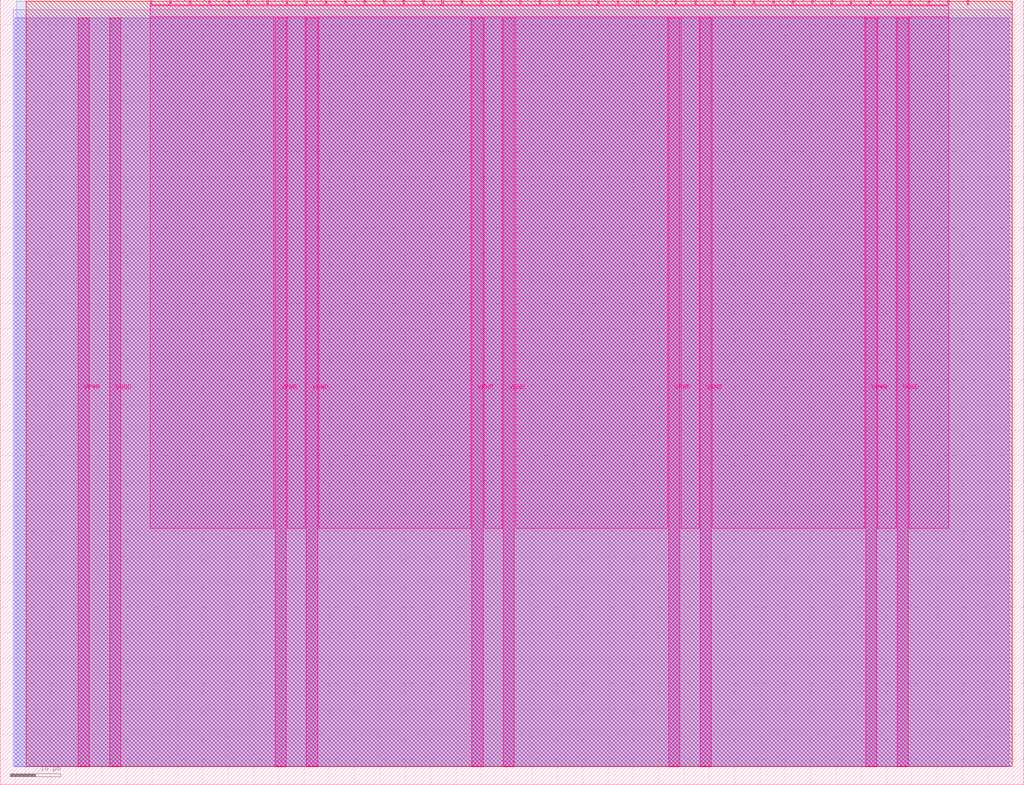
<source format=lef>
VERSION 5.7 ;
  NOWIREEXTENSIONATPIN ON ;
  DIVIDERCHAR "/" ;
  BUSBITCHARS "[]" ;
MACRO tt_um_I2C
  CLASS BLOCK ;
  FOREIGN tt_um_I2C ;
  ORIGIN 0.000 0.000 ;
  SIZE 202.080 BY 154.980 ;
  PIN VGND
    DIRECTION INOUT ;
    USE GROUND ;
    PORT
      LAYER Metal5 ;
        RECT 21.580 3.560 23.780 151.420 ;
    END
    PORT
      LAYER Metal5 ;
        RECT 60.450 3.560 62.650 151.420 ;
    END
    PORT
      LAYER Metal5 ;
        RECT 99.320 3.560 101.520 151.420 ;
    END
    PORT
      LAYER Metal5 ;
        RECT 138.190 3.560 140.390 151.420 ;
    END
    PORT
      LAYER Metal5 ;
        RECT 177.060 3.560 179.260 151.420 ;
    END
  END VGND
  PIN VPWR
    DIRECTION INOUT ;
    USE POWER ;
    PORT
      LAYER Metal5 ;
        RECT 15.380 3.560 17.580 151.420 ;
    END
    PORT
      LAYER Metal5 ;
        RECT 54.250 3.560 56.450 151.420 ;
    END
    PORT
      LAYER Metal5 ;
        RECT 93.120 3.560 95.320 151.420 ;
    END
    PORT
      LAYER Metal5 ;
        RECT 131.990 3.560 134.190 151.420 ;
    END
    PORT
      LAYER Metal5 ;
        RECT 170.860 3.560 173.060 151.420 ;
    END
  END VPWR
  PIN clk
    DIRECTION INPUT ;
    USE SIGNAL ;
    ANTENNAGATEAREA 0.213200 ;
    PORT
      LAYER Metal5 ;
        RECT 187.050 153.980 187.350 154.980 ;
    END
  END clk
  PIN ena
    DIRECTION INPUT ;
    USE SIGNAL ;
    PORT
      LAYER Metal5 ;
        RECT 190.890 153.980 191.190 154.980 ;
    END
  END ena
  PIN rst_n
    DIRECTION INPUT ;
    USE SIGNAL ;
    ANTENNAGATEAREA 0.842400 ;
    PORT
      LAYER Metal5 ;
        RECT 183.210 153.980 183.510 154.980 ;
    END
  END rst_n
  PIN ui_in[0]
    DIRECTION INPUT ;
    USE SIGNAL ;
    ANTENNAGATEAREA 0.180700 ;
    PORT
      LAYER Metal5 ;
        RECT 179.370 153.980 179.670 154.980 ;
    END
  END ui_in[0]
  PIN ui_in[1]
    DIRECTION INPUT ;
    USE SIGNAL ;
    ANTENNAGATEAREA 0.180700 ;
    PORT
      LAYER Metal5 ;
        RECT 175.530 153.980 175.830 154.980 ;
    END
  END ui_in[1]
  PIN ui_in[2]
    DIRECTION INPUT ;
    USE SIGNAL ;
    ANTENNAGATEAREA 0.213200 ;
    PORT
      LAYER Metal5 ;
        RECT 171.690 153.980 171.990 154.980 ;
    END
  END ui_in[2]
  PIN ui_in[3]
    DIRECTION INPUT ;
    USE SIGNAL ;
    ANTENNAGATEAREA 0.213200 ;
    PORT
      LAYER Metal5 ;
        RECT 167.850 153.980 168.150 154.980 ;
    END
  END ui_in[3]
  PIN ui_in[4]
    DIRECTION INPUT ;
    USE SIGNAL ;
    PORT
      LAYER Metal5 ;
        RECT 164.010 153.980 164.310 154.980 ;
    END
  END ui_in[4]
  PIN ui_in[5]
    DIRECTION INPUT ;
    USE SIGNAL ;
    PORT
      LAYER Metal5 ;
        RECT 160.170 153.980 160.470 154.980 ;
    END
  END ui_in[5]
  PIN ui_in[6]
    DIRECTION INPUT ;
    USE SIGNAL ;
    PORT
      LAYER Metal5 ;
        RECT 156.330 153.980 156.630 154.980 ;
    END
  END ui_in[6]
  PIN ui_in[7]
    DIRECTION INPUT ;
    USE SIGNAL ;
    PORT
      LAYER Metal5 ;
        RECT 152.490 153.980 152.790 154.980 ;
    END
  END ui_in[7]
  PIN uio_in[0]
    DIRECTION INPUT ;
    USE SIGNAL ;
    ANTENNAGATEAREA 0.180700 ;
    PORT
      LAYER Metal5 ;
        RECT 148.650 153.980 148.950 154.980 ;
    END
  END uio_in[0]
  PIN uio_in[1]
    DIRECTION INPUT ;
    USE SIGNAL ;
    ANTENNAGATEAREA 0.180700 ;
    PORT
      LAYER Metal5 ;
        RECT 144.810 153.980 145.110 154.980 ;
    END
  END uio_in[1]
  PIN uio_in[2]
    DIRECTION INPUT ;
    USE SIGNAL ;
    PORT
      LAYER Metal5 ;
        RECT 140.970 153.980 141.270 154.980 ;
    END
  END uio_in[2]
  PIN uio_in[3]
    DIRECTION INPUT ;
    USE SIGNAL ;
    PORT
      LAYER Metal5 ;
        RECT 137.130 153.980 137.430 154.980 ;
    END
  END uio_in[3]
  PIN uio_in[4]
    DIRECTION INPUT ;
    USE SIGNAL ;
    PORT
      LAYER Metal5 ;
        RECT 133.290 153.980 133.590 154.980 ;
    END
  END uio_in[4]
  PIN uio_in[5]
    DIRECTION INPUT ;
    USE SIGNAL ;
    PORT
      LAYER Metal5 ;
        RECT 129.450 153.980 129.750 154.980 ;
    END
  END uio_in[5]
  PIN uio_in[6]
    DIRECTION INPUT ;
    USE SIGNAL ;
    PORT
      LAYER Metal5 ;
        RECT 125.610 153.980 125.910 154.980 ;
    END
  END uio_in[6]
  PIN uio_in[7]
    DIRECTION INPUT ;
    USE SIGNAL ;
    PORT
      LAYER Metal5 ;
        RECT 121.770 153.980 122.070 154.980 ;
    END
  END uio_in[7]
  PIN uio_oe[0]
    DIRECTION OUTPUT ;
    USE SIGNAL ;
    ANTENNADIFFAREA 0.654800 ;
    PORT
      LAYER Metal5 ;
        RECT 56.490 153.980 56.790 154.980 ;
    END
  END uio_oe[0]
  PIN uio_oe[1]
    DIRECTION OUTPUT ;
    USE SIGNAL ;
    ANTENNADIFFAREA 0.299200 ;
    PORT
      LAYER Metal5 ;
        RECT 52.650 153.980 52.950 154.980 ;
    END
  END uio_oe[1]
  PIN uio_oe[2]
    DIRECTION OUTPUT ;
    USE SIGNAL ;
    ANTENNADIFFAREA 0.299200 ;
    PORT
      LAYER Metal5 ;
        RECT 48.810 153.980 49.110 154.980 ;
    END
  END uio_oe[2]
  PIN uio_oe[3]
    DIRECTION OUTPUT ;
    USE SIGNAL ;
    ANTENNADIFFAREA 0.299200 ;
    PORT
      LAYER Metal5 ;
        RECT 44.970 153.980 45.270 154.980 ;
    END
  END uio_oe[3]
  PIN uio_oe[4]
    DIRECTION OUTPUT ;
    USE SIGNAL ;
    ANTENNADIFFAREA 0.299200 ;
    PORT
      LAYER Metal5 ;
        RECT 41.130 153.980 41.430 154.980 ;
    END
  END uio_oe[4]
  PIN uio_oe[5]
    DIRECTION OUTPUT ;
    USE SIGNAL ;
    ANTENNADIFFAREA 0.299200 ;
    PORT
      LAYER Metal5 ;
        RECT 37.290 153.980 37.590 154.980 ;
    END
  END uio_oe[5]
  PIN uio_oe[6]
    DIRECTION OUTPUT ;
    USE SIGNAL ;
    ANTENNADIFFAREA 0.299200 ;
    PORT
      LAYER Metal5 ;
        RECT 33.450 153.980 33.750 154.980 ;
    END
  END uio_oe[6]
  PIN uio_oe[7]
    DIRECTION OUTPUT ;
    USE SIGNAL ;
    ANTENNADIFFAREA 0.299200 ;
    PORT
      LAYER Metal5 ;
        RECT 29.610 153.980 29.910 154.980 ;
    END
  END uio_oe[7]
  PIN uio_out[0]
    DIRECTION OUTPUT ;
    USE SIGNAL ;
    ANTENNADIFFAREA 0.654800 ;
    PORT
      LAYER Metal5 ;
        RECT 87.210 153.980 87.510 154.980 ;
    END
  END uio_out[0]
  PIN uio_out[1]
    DIRECTION OUTPUT ;
    USE SIGNAL ;
    ANTENNADIFFAREA 0.654800 ;
    PORT
      LAYER Metal5 ;
        RECT 83.370 153.980 83.670 154.980 ;
    END
  END uio_out[1]
  PIN uio_out[2]
    DIRECTION OUTPUT ;
    USE SIGNAL ;
    ANTENNADIFFAREA 0.299200 ;
    PORT
      LAYER Metal5 ;
        RECT 79.530 153.980 79.830 154.980 ;
    END
  END uio_out[2]
  PIN uio_out[3]
    DIRECTION OUTPUT ;
    USE SIGNAL ;
    ANTENNADIFFAREA 0.299200 ;
    PORT
      LAYER Metal5 ;
        RECT 75.690 153.980 75.990 154.980 ;
    END
  END uio_out[3]
  PIN uio_out[4]
    DIRECTION OUTPUT ;
    USE SIGNAL ;
    ANTENNADIFFAREA 0.299200 ;
    PORT
      LAYER Metal5 ;
        RECT 71.850 153.980 72.150 154.980 ;
    END
  END uio_out[4]
  PIN uio_out[5]
    DIRECTION OUTPUT ;
    USE SIGNAL ;
    ANTENNADIFFAREA 0.299200 ;
    PORT
      LAYER Metal5 ;
        RECT 68.010 153.980 68.310 154.980 ;
    END
  END uio_out[5]
  PIN uio_out[6]
    DIRECTION OUTPUT ;
    USE SIGNAL ;
    ANTENNADIFFAREA 0.299200 ;
    PORT
      LAYER Metal5 ;
        RECT 64.170 153.980 64.470 154.980 ;
    END
  END uio_out[6]
  PIN uio_out[7]
    DIRECTION OUTPUT ;
    USE SIGNAL ;
    ANTENNADIFFAREA 0.299200 ;
    PORT
      LAYER Metal5 ;
        RECT 60.330 153.980 60.630 154.980 ;
    END
  END uio_out[7]
  PIN uo_out[0]
    DIRECTION OUTPUT ;
    USE SIGNAL ;
    ANTENNADIFFAREA 0.706800 ;
    PORT
      LAYER Metal5 ;
        RECT 117.930 153.980 118.230 154.980 ;
    END
  END uo_out[0]
  PIN uo_out[1]
    DIRECTION OUTPUT ;
    USE SIGNAL ;
    ANTENNADIFFAREA 0.706800 ;
    PORT
      LAYER Metal5 ;
        RECT 114.090 153.980 114.390 154.980 ;
    END
  END uo_out[1]
  PIN uo_out[2]
    DIRECTION OUTPUT ;
    USE SIGNAL ;
    ANTENNADIFFAREA 0.654800 ;
    PORT
      LAYER Metal5 ;
        RECT 110.250 153.980 110.550 154.980 ;
    END
  END uo_out[2]
  PIN uo_out[3]
    DIRECTION OUTPUT ;
    USE SIGNAL ;
    ANTENNADIFFAREA 0.392700 ;
    PORT
      LAYER Metal5 ;
        RECT 106.410 153.980 106.710 154.980 ;
    END
  END uo_out[3]
  PIN uo_out[4]
    DIRECTION OUTPUT ;
    USE SIGNAL ;
    ANTENNADIFFAREA 0.654800 ;
    PORT
      LAYER Metal5 ;
        RECT 102.570 153.980 102.870 154.980 ;
    END
  END uo_out[4]
  PIN uo_out[5]
    DIRECTION OUTPUT ;
    USE SIGNAL ;
    ANTENNADIFFAREA 0.299200 ;
    PORT
      LAYER Metal5 ;
        RECT 98.730 153.980 99.030 154.980 ;
    END
  END uo_out[5]
  PIN uo_out[6]
    DIRECTION OUTPUT ;
    USE SIGNAL ;
    ANTENNADIFFAREA 0.299200 ;
    PORT
      LAYER Metal5 ;
        RECT 94.890 153.980 95.190 154.980 ;
    END
  END uo_out[6]
  PIN uo_out[7]
    DIRECTION OUTPUT ;
    USE SIGNAL ;
    ANTENNADIFFAREA 0.299200 ;
    PORT
      LAYER Metal5 ;
        RECT 91.050 153.980 91.350 154.980 ;
    END
  END uo_out[7]
  OBS
      LAYER GatPoly ;
        RECT 2.880 3.630 199.200 151.350 ;
      LAYER Metal1 ;
        RECT 2.880 3.560 199.200 151.420 ;
      LAYER Metal2 ;
        RECT 2.605 3.680 199.825 152.980 ;
      LAYER Metal3 ;
        RECT 3.260 3.635 199.780 154.705 ;
      LAYER Metal4 ;
        RECT 5.135 3.680 199.825 154.660 ;
      LAYER Metal5 ;
        RECT 30.120 153.770 33.240 153.980 ;
        RECT 33.960 153.770 37.080 153.980 ;
        RECT 37.800 153.770 40.920 153.980 ;
        RECT 41.640 153.770 44.760 153.980 ;
        RECT 45.480 153.770 48.600 153.980 ;
        RECT 49.320 153.770 52.440 153.980 ;
        RECT 53.160 153.770 56.280 153.980 ;
        RECT 57.000 153.770 60.120 153.980 ;
        RECT 60.840 153.770 63.960 153.980 ;
        RECT 64.680 153.770 67.800 153.980 ;
        RECT 68.520 153.770 71.640 153.980 ;
        RECT 72.360 153.770 75.480 153.980 ;
        RECT 76.200 153.770 79.320 153.980 ;
        RECT 80.040 153.770 83.160 153.980 ;
        RECT 83.880 153.770 87.000 153.980 ;
        RECT 87.720 153.770 90.840 153.980 ;
        RECT 91.560 153.770 94.680 153.980 ;
        RECT 95.400 153.770 98.520 153.980 ;
        RECT 99.240 153.770 102.360 153.980 ;
        RECT 103.080 153.770 106.200 153.980 ;
        RECT 106.920 153.770 110.040 153.980 ;
        RECT 110.760 153.770 113.880 153.980 ;
        RECT 114.600 153.770 117.720 153.980 ;
        RECT 118.440 153.770 121.560 153.980 ;
        RECT 122.280 153.770 125.400 153.980 ;
        RECT 126.120 153.770 129.240 153.980 ;
        RECT 129.960 153.770 133.080 153.980 ;
        RECT 133.800 153.770 136.920 153.980 ;
        RECT 137.640 153.770 140.760 153.980 ;
        RECT 141.480 153.770 144.600 153.980 ;
        RECT 145.320 153.770 148.440 153.980 ;
        RECT 149.160 153.770 152.280 153.980 ;
        RECT 153.000 153.770 156.120 153.980 ;
        RECT 156.840 153.770 159.960 153.980 ;
        RECT 160.680 153.770 163.800 153.980 ;
        RECT 164.520 153.770 167.640 153.980 ;
        RECT 168.360 153.770 171.480 153.980 ;
        RECT 172.200 153.770 175.320 153.980 ;
        RECT 176.040 153.770 179.160 153.980 ;
        RECT 179.880 153.770 183.000 153.980 ;
        RECT 183.720 153.770 186.840 153.980 ;
        RECT 29.660 151.630 187.300 153.770 ;
        RECT 29.660 50.675 54.040 151.630 ;
        RECT 56.660 50.675 60.240 151.630 ;
        RECT 62.860 50.675 92.910 151.630 ;
        RECT 95.530 50.675 99.110 151.630 ;
        RECT 101.730 50.675 131.780 151.630 ;
        RECT 134.400 50.675 137.980 151.630 ;
        RECT 140.600 50.675 170.650 151.630 ;
        RECT 173.270 50.675 176.850 151.630 ;
        RECT 179.470 50.675 187.300 151.630 ;
  END
END tt_um_I2C
END LIBRARY


</source>
